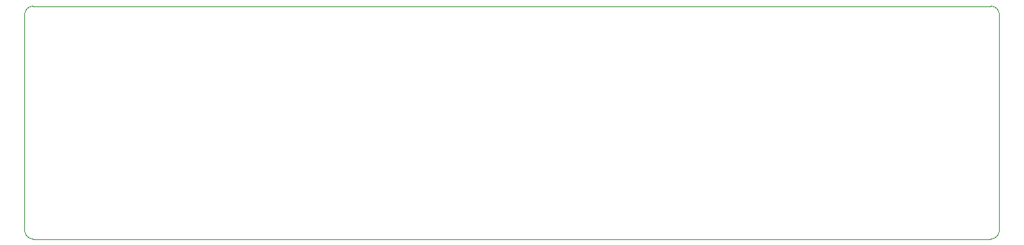
<source format=gbr>
G04 #@! TF.GenerationSoftware,KiCad,Pcbnew,(5.1.5)-3*
G04 #@! TF.CreationDate,2020-12-21T11:55:10+01:00*
G04 #@! TF.ProjectId,epimetheus,6570696d-6574-4686-9575-732e6b696361,rev?*
G04 #@! TF.SameCoordinates,Original*
G04 #@! TF.FileFunction,Profile,NP*
%FSLAX46Y46*%
G04 Gerber Fmt 4.6, Leading zero omitted, Abs format (unit mm)*
G04 Created by KiCad (PCBNEW (5.1.5)-3) date 2020-12-21 11:55:10*
%MOMM*%
%LPD*%
G04 APERTURE LIST*
%ADD10C,0.050000*%
G04 APERTURE END LIST*
D10*
X149606000Y-46990000D02*
G75*
G02X150622000Y-45974000I1016000J0D01*
G01*
X150622000Y-73660000D02*
G75*
G02X149606000Y-72644000I0J1016000D01*
G01*
X265176000Y-72644000D02*
G75*
G02X264160000Y-73660000I-1016000J0D01*
G01*
X264160000Y-45974000D02*
G75*
G02X265176000Y-46990000I0J-1016000D01*
G01*
X149606000Y-72644000D02*
X149606000Y-46990000D01*
X264160000Y-73660000D02*
X150622000Y-73660000D01*
X265176000Y-46990000D02*
X265176000Y-72644000D01*
X150622000Y-45974000D02*
X264160000Y-45974000D01*
M02*

</source>
